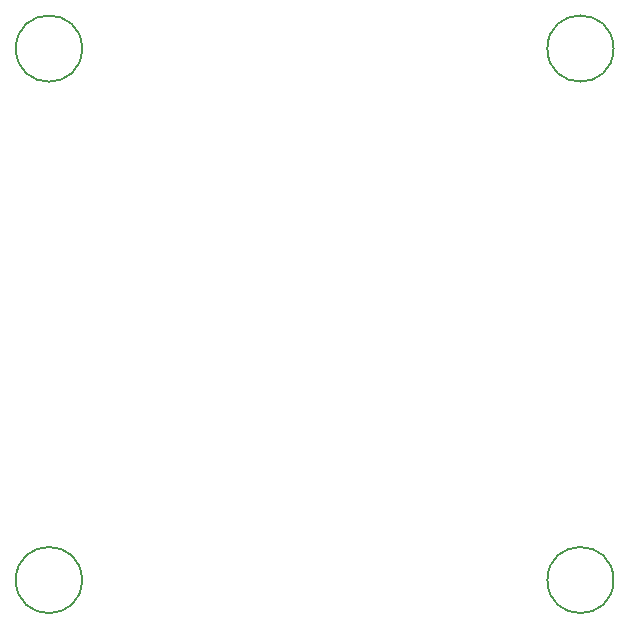
<source format=gbr>
%TF.GenerationSoftware,KiCad,Pcbnew,7.0.11*%
%TF.CreationDate,2024-04-21T20:12:22+02:00*%
%TF.ProjectId,cyberboard,63796265-7262-46f6-9172-642e6b696361,rev?*%
%TF.SameCoordinates,Original*%
%TF.FileFunction,Other,Comment*%
%FSLAX46Y46*%
G04 Gerber Fmt 4.6, Leading zero omitted, Abs format (unit mm)*
G04 Created by KiCad (PCBNEW 7.0.11) date 2024-04-21 20:12:22*
%MOMM*%
%LPD*%
G01*
G04 APERTURE LIST*
%ADD10C,0.150000*%
G04 APERTURE END LIST*
D10*
%TO.C,H4*%
X119101000Y-124383002D02*
G75*
G03*
X113501000Y-124383002I-2800000J0D01*
G01*
X113501000Y-124383002D02*
G75*
G03*
X119101000Y-124383002I2800000J0D01*
G01*
%TO.C,H2*%
X164101000Y-124383002D02*
G75*
G03*
X158501000Y-124383002I-2800000J0D01*
G01*
X158501000Y-124383002D02*
G75*
G03*
X164101000Y-124383002I2800000J0D01*
G01*
%TO.C,H3*%
X164101000Y-79383002D02*
G75*
G03*
X158501000Y-79383002I-2800000J0D01*
G01*
X158501000Y-79383002D02*
G75*
G03*
X164101000Y-79383002I2800000J0D01*
G01*
%TO.C,H1*%
X119101000Y-79383002D02*
G75*
G03*
X113501000Y-79383002I-2800000J0D01*
G01*
X113501000Y-79383002D02*
G75*
G03*
X119101000Y-79383002I2800000J0D01*
G01*
%TD*%
M02*

</source>
